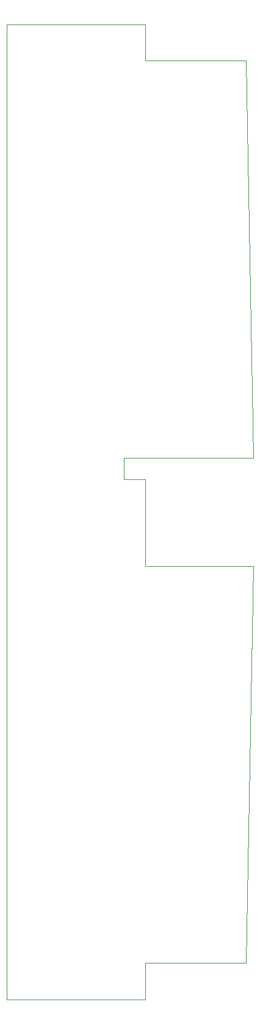
<source format=gko>
G04*
G04  File:            TEMP_GERBER.GKO, Wed Dec 04 20:29:51 2019*
G04  Source:          P-CAD 2006 PCB, Version 19.02.958, (D:\retrocomputing\pdp11-mpi-breakout-board\pcb\temp_gerber.pcb)*
G04  Format:          Gerber Format (RS-274-D), ASCII*
G04*
G04  Format Options:  Absolute Positioning*
G04                   Leading-Zero Suppression*
G04                   Scale Factor 1:1*
G04                   NO Circular Interpolation*
G04                   Inch Units*
G04                   Numeric Format: 4.4 (XXXX.XXXX)*
G04                   G54 NOT Used for Aperture Change*
G04                   Apertures Embedded*
G04*
G04  File Options:    Offset = (0.0mil,0.0mil)*
G04                   Drill Symbol Size = 80.0mil*
G04                   No Pad/Via Holes*
G04*
G04  File Contents:   No Pads*
G04                   No Vias*
G04                   No Designators*
G04                   No Types*
G04                   No Values*
G04                   No Drill Symbols*
G04                   Board*
G04*
%INTEMP_GERBER.GKO*%
%ICAS*%
%MOIN*%
G04*
G04  Aperture MACROs for general use --- invoked via D-code assignment *
G04*
G04  General MACRO for flashed round with rotation and/or offset hole *
%AMROTOFFROUND*
1,1,$1,0.0000,0.0000*
1,0,$2,$3,$4*%
G04*
G04  General MACRO for flashed oval (obround) with rotation and/or offset hole *
%AMROTOFFOVAL*
21,1,$1,$2,0.0000,0.0000,$3*
1,1,$4,$5,$6*
1,1,$4,0-$5,0-$6*
1,0,$7,$8,$9*%
G04*
G04  General MACRO for flashed oval (obround) with rotation and no hole *
%AMROTOVALNOHOLE*
21,1,$1,$2,0.0000,0.0000,$3*
1,1,$4,$5,$6*
1,1,$4,0-$5,0-$6*%
G04*
G04  General MACRO for flashed rectangle with rotation and/or offset hole *
%AMROTOFFRECT*
21,1,$1,$2,0.0000,0.0000,$3*
1,0,$4,$5,$6*%
G04*
G04  General MACRO for flashed rectangle with rotation and no hole *
%AMROTRECTNOHOLE*
21,1,$1,$2,0.0000,0.0000,$3*%
G04*
G04  General MACRO for flashed rounded-rectangle *
%AMROUNDRECT*
21,1,$1,$2-$4,0.0000,0.0000,$3*
21,1,$1-$4,$2,0.0000,0.0000,$3*
1,1,$4,$5,$6*
1,1,$4,$7,$8*
1,1,$4,0-$5,0-$6*
1,1,$4,0-$7,0-$8*
1,0,$9,$10,$11*%
G04*
G04  General MACRO for flashed rounded-rectangle with rotation and no hole *
%AMROUNDRECTNOHOLE*
21,1,$1,$2-$4,0.0000,0.0000,$3*
21,1,$1-$4,$2,0.0000,0.0000,$3*
1,1,$4,$5,$6*
1,1,$4,$7,$8*
1,1,$4,0-$5,0-$6*
1,1,$4,0-$7,0-$8*%
G04*
G04  General MACRO for flashed regular polygon *
%AMREGPOLY*
5,1,$1,0.0000,0.0000,$2,$3+$4*
1,0,$5,$6,$7*%
G04*
G04  General MACRO for flashed regular polygon with no hole *
%AMREGPOLYNOHOLE*
5,1,$1,0.0000,0.0000,$2,$3+$4*%
G04*
G04  General MACRO for target *
%AMTARGET*
6,0,0,$1,$2,$3,4,$4,$5,$6*%
G04*
G04  General MACRO for mounting hole *
%AMMTHOLE*
1,1,$1,0,0*
1,0,$2,0,0*
$1=$1-$2*
$1=$1/2*
21,1,$2+$1,$3,0,0,$4*
21,1,$3,$2+$1,0,0,$4*%
G04*
G04*
G04  D10 : "Ellipse X0.254mm Y0.254mm H0.000mm 0.0deg (0.000mm,0.000mm) Draw"*
G04  Disc: OuterDia=0.0100*
%ADD10C, 0.0100*%
G04  D11 : "Ellipse X0.400mm Y0.400mm H0.000mm 0.0deg (0.000mm,0.000mm) Draw"*
G04  Disc: OuterDia=0.0157*
%ADD11C, 0.0157*%
G04  D12 : "Ellipse X0.500mm Y0.500mm H0.000mm 0.0deg (0.000mm,0.000mm) Draw"*
G04  Disc: OuterDia=0.0197*
%ADD12C, 0.0197*%
G04  D13 : "Ellipse X0.100mm Y0.100mm H0.000mm 0.0deg (0.000mm,0.000mm) Draw"*
G04  Disc: OuterDia=0.0039*
%ADD13C, 0.0039*%
G04  D14 : "Ellipse X0.200mm Y0.200mm H0.000mm 0.0deg (0.000mm,0.000mm) Draw"*
G04  Disc: OuterDia=0.0079*
%ADD14C, 0.0079*%
G04  D15 : "Ellipse X2.681mm Y2.681mm H0.000mm 0.0deg (0.000mm,0.000mm) Flash"*
G04  Disc: OuterDia=0.1056*
%ADD15C, 0.1056*%
G04  D16 : "Ellipse X2.300mm Y2.300mm H0.000mm 0.0deg (0.000mm,0.000mm) Flash"*
G04  Disc: OuterDia=0.0906*
%ADD16C, 0.0906*%
G04  D17 : "Rounded Rectangle X3.200mm Y1.800mm H0.000mm 0.0deg (0.000mm,0.000mm) Flash"*
G04  RoundRct: DimX=0.1260, DimY=0.0709, CornerRad=0.0177, Rotation=0.0, OffsetX=0.0000, OffsetY=0.0000, HoleDia=0.0000 *
%ADD17ROUNDRECTNOHOLE, 0.1260 X0.0709 X0.0 X0.0354 X-0.0453 X-0.0177 X-0.0453 X0.0177*%
G04  D18 : "Rounded Rectangle X3.581mm Y2.181mm H0.000mm 0.0deg (0.000mm,0.000mm) Flash"*
G04  RoundRct: DimX=0.1410, DimY=0.0859, CornerRad=0.0215, Rotation=0.0, OffsetX=0.0000, OffsetY=0.0000, HoleDia=0.0000 *
%ADD18ROUNDRECTNOHOLE, 0.1410 X0.0859 X0.0 X0.0429 X-0.0490 X-0.0215 X-0.0490 X0.0215*%
G04  D19 : "Rounded Rectangle X1.200mm Y1.300mm H0.000mm 0.0deg (0.000mm,0.000mm) Flash"*
G04  RoundRct: DimX=0.0472, DimY=0.0512, CornerRad=0.0118, Rotation=0.0, OffsetX=0.0000, OffsetY=0.0000, HoleDia=0.0000 *
%ADD19ROUNDRECTNOHOLE, 0.0472 X0.0512 X0.0 X0.0236 X-0.0118 X-0.0138 X-0.0118 X0.0138*%
G04  D20 : "Rounded Rectangle X1.300mm Y1.200mm H0.000mm 0.0deg (0.000mm,0.000mm) Flash"*
G04  RoundRct: DimX=0.0512, DimY=0.0472, CornerRad=0.0118, Rotation=0.0, OffsetX=0.0000, OffsetY=0.0000, HoleDia=0.0000 *
%ADD20ROUNDRECTNOHOLE, 0.0512 X0.0472 X0.0 X0.0236 X-0.0138 X-0.0118 X-0.0138 X0.0118*%
G04  D21 : "Rounded Rectangle X1.581mm Y1.681mm H0.000mm 0.0deg (0.000mm,0.000mm) Flash"*
G04  RoundRct: DimX=0.0622, DimY=0.0662, CornerRad=0.0156, Rotation=0.0, OffsetX=0.0000, OffsetY=0.0000, HoleDia=0.0000 *
%ADD21ROUNDRECTNOHOLE, 0.0622 X0.0662 X0.0 X0.0311 X-0.0156 X-0.0175 X-0.0156 X0.0175*%
G04  D22 : "Rounded Rectangle X1.681mm Y1.581mm H0.000mm 0.0deg (0.000mm,0.000mm) Flash"*
G04  RoundRct: DimX=0.0662, DimY=0.0622, CornerRad=0.0156, Rotation=0.0, OffsetX=0.0000, OffsetY=0.0000, HoleDia=0.0000 *
%ADD22ROUNDRECTNOHOLE, 0.0662 X0.0622 X0.0 X0.0311 X-0.0175 X-0.0156 X-0.0175 X0.0156*%
G04  D23 : "Rectangle X7.500mm Y2.300mm H0.000mm 0.0deg (0.000mm,0.000mm) Flash"*
G04  Rectangular: DimX=0.2953, DimY=0.0906, Rotation=0.0, OffsetX=0.0000, OffsetY=0.0000, HoleDia=0.0000 *
%ADD23R, 0.2953 X0.0906*%
G04  D24 : "Rectangle X7.881mm Y2.681mm H0.000mm 0.0deg (0.000mm,0.000mm) Flash"*
G04  Rectangular: DimX=0.3103, DimY=0.1056, Rotation=0.0, OffsetX=0.0000, OffsetY=0.0000, HoleDia=0.0000 *
%ADD24R, 0.3103 X0.1056*%
G04  D25 : "Rectangle X9.000mm Y2.300mm H0.000mm 0.0deg (0.000mm,0.000mm) Flash"*
G04  Rectangular: DimX=0.3543, DimY=0.0906, Rotation=0.0, OffsetX=0.0000, OffsetY=0.0000, HoleDia=0.0000 *
%ADD25R, 0.3543 X0.0906*%
G04  D26 : "Rectangle X9.381mm Y2.681mm H0.000mm 0.0deg (0.000mm,0.000mm) Flash"*
G04  Rectangular: DimX=0.3693, DimY=0.1056, Rotation=0.0, OffsetX=0.0000, OffsetY=0.0000, HoleDia=0.0000 *
%ADD26R, 0.3693 X0.1056*%
G04  D27 : "Ellipse X0.400mm Y0.400mm H0.000mm 0.0deg (0.000mm,0.000mm) Flash"*
G04  Disc: OuterDia=0.0157*
%ADD27C, 0.0157*%
G04*
%FSLAX44Y44*%
%SFA1B1*%
%OFA0.0000B0.0000*%
G04*
G70*
G90*
G01*
D2*
%LNBoard*%
D13*
X44881Y71358*
Y72539D1*
X46062Y44980D2*
Y43011D1*
Y71358D2*
Y66633D1*
Y94192D2*
Y96161D1*
X51968Y72539D2*
X51574Y94192D1*
X38484Y96161D2*
Y43011D1*
X51968Y66633D2*
X51574Y44980D1*
X38484Y43011D2*
X46062D1*
Y71358D2*
X44881D1*
X38484Y96161D2*
X46062D1*
Y66633D2*
X51968D1*
X44881Y72539D2*
X51968D1*
X51574Y94192D2*
X46062D1*
X51574Y44980D2*
X46062D1*
D02M02*

</source>
